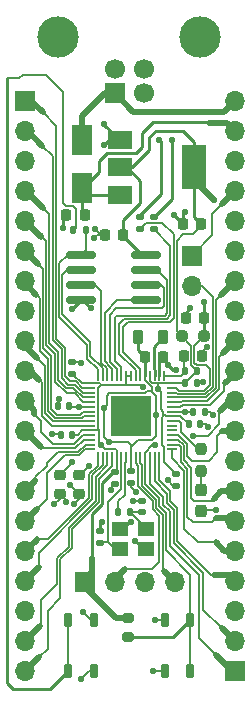
<source format=gbr>
%TF.GenerationSoftware,KiCad,Pcbnew,(6.0.11)*%
%TF.CreationDate,2024-08-10T21:43:47-05:00*%
%TF.ProjectId,PicoAlt,5069636f-416c-4742-9e6b-696361645f70,rev?*%
%TF.SameCoordinates,Original*%
%TF.FileFunction,Copper,L1,Top*%
%TF.FilePolarity,Positive*%
%FSLAX46Y46*%
G04 Gerber Fmt 4.6, Leading zero omitted, Abs format (unit mm)*
G04 Created by KiCad (PCBNEW (6.0.11)) date 2024-08-10 21:43:47*
%MOMM*%
%LPD*%
G01*
G04 APERTURE LIST*
G04 Aperture macros list*
%AMRoundRect*
0 Rectangle with rounded corners*
0 $1 Rounding radius*
0 $2 $3 $4 $5 $6 $7 $8 $9 X,Y pos of 4 corners*
0 Add a 4 corners polygon primitive as box body*
4,1,4,$2,$3,$4,$5,$6,$7,$8,$9,$2,$3,0*
0 Add four circle primitives for the rounded corners*
1,1,$1+$1,$2,$3*
1,1,$1+$1,$4,$5*
1,1,$1+$1,$6,$7*
1,1,$1+$1,$8,$9*
0 Add four rect primitives between the rounded corners*
20,1,$1+$1,$2,$3,$4,$5,0*
20,1,$1+$1,$4,$5,$6,$7,0*
20,1,$1+$1,$6,$7,$8,$9,0*
20,1,$1+$1,$8,$9,$2,$3,0*%
G04 Aperture macros list end*
%TA.AperFunction,SMDPad,CuDef*%
%ADD10R,1.400000X1.200000*%
%TD*%
%TA.AperFunction,SMDPad,CuDef*%
%ADD11RoundRect,0.140000X0.140000X0.170000X-0.140000X0.170000X-0.140000X-0.170000X0.140000X-0.170000X0*%
%TD*%
%TA.AperFunction,ComponentPad*%
%ADD12R,1.700000X1.700000*%
%TD*%
%TA.AperFunction,ComponentPad*%
%ADD13C,1.700000*%
%TD*%
%TA.AperFunction,ComponentPad*%
%ADD14C,3.500000*%
%TD*%
%TA.AperFunction,SMDPad,CuDef*%
%ADD15RoundRect,0.135000X-0.135000X-0.185000X0.135000X-0.185000X0.135000X0.185000X-0.135000X0.185000X0*%
%TD*%
%TA.AperFunction,SMDPad,CuDef*%
%ADD16RoundRect,0.225000X0.225000X0.250000X-0.225000X0.250000X-0.225000X-0.250000X0.225000X-0.250000X0*%
%TD*%
%TA.AperFunction,SMDPad,CuDef*%
%ADD17RoundRect,0.237500X0.237500X-0.250000X0.237500X0.250000X-0.237500X0.250000X-0.237500X-0.250000X0*%
%TD*%
%TA.AperFunction,SMDPad,CuDef*%
%ADD18RoundRect,0.135000X-0.185000X0.135000X-0.185000X-0.135000X0.185000X-0.135000X0.185000X0.135000X0*%
%TD*%
%TA.AperFunction,SMDPad,CuDef*%
%ADD19RoundRect,0.140000X-0.170000X0.140000X-0.170000X-0.140000X0.170000X-0.140000X0.170000X0.140000X0*%
%TD*%
%TA.AperFunction,SMDPad,CuDef*%
%ADD20RoundRect,0.225000X-0.225000X-0.250000X0.225000X-0.250000X0.225000X0.250000X-0.225000X0.250000X0*%
%TD*%
%TA.AperFunction,SMDPad,CuDef*%
%ADD21RoundRect,0.050000X-0.387500X-0.050000X0.387500X-0.050000X0.387500X0.050000X-0.387500X0.050000X0*%
%TD*%
%TA.AperFunction,SMDPad,CuDef*%
%ADD22RoundRect,0.050000X-0.050000X-0.387500X0.050000X-0.387500X0.050000X0.387500X-0.050000X0.387500X0*%
%TD*%
%TA.AperFunction,SMDPad,CuDef*%
%ADD23R,3.400000X3.400000*%
%TD*%
%TA.AperFunction,SMDPad,CuDef*%
%ADD24RoundRect,0.200000X-0.275000X0.200000X-0.275000X-0.200000X0.275000X-0.200000X0.275000X0.200000X0*%
%TD*%
%TA.AperFunction,SMDPad,CuDef*%
%ADD25R,2.000000X1.500000*%
%TD*%
%TA.AperFunction,SMDPad,CuDef*%
%ADD26R,2.000000X3.800000*%
%TD*%
%TA.AperFunction,ComponentPad*%
%ADD27O,1.700000X1.700000*%
%TD*%
%TA.AperFunction,SMDPad,CuDef*%
%ADD28RoundRect,0.140000X-0.140000X-0.170000X0.140000X-0.170000X0.140000X0.170000X-0.140000X0.170000X0*%
%TD*%
%TA.AperFunction,SMDPad,CuDef*%
%ADD29RoundRect,0.218750X0.218750X0.381250X-0.218750X0.381250X-0.218750X-0.381250X0.218750X-0.381250X0*%
%TD*%
%TA.AperFunction,SMDPad,CuDef*%
%ADD30R,1.800000X2.500000*%
%TD*%
%TA.AperFunction,SMDPad,CuDef*%
%ADD31RoundRect,0.237500X0.250000X0.237500X-0.250000X0.237500X-0.250000X-0.237500X0.250000X-0.237500X0*%
%TD*%
%TA.AperFunction,SMDPad,CuDef*%
%ADD32RoundRect,0.135000X0.135000X0.185000X-0.135000X0.185000X-0.135000X-0.185000X0.135000X-0.185000X0*%
%TD*%
%TA.AperFunction,SMDPad,CuDef*%
%ADD33RoundRect,0.162500X0.162500X-0.437500X0.162500X0.437500X-0.162500X0.437500X-0.162500X-0.437500X0*%
%TD*%
%TA.AperFunction,SMDPad,CuDef*%
%ADD34RoundRect,0.237500X0.237500X-0.287500X0.237500X0.287500X-0.237500X0.287500X-0.237500X-0.287500X0*%
%TD*%
%TA.AperFunction,SMDPad,CuDef*%
%ADD35RoundRect,0.150000X-1.125000X-0.150000X1.125000X-0.150000X1.125000X0.150000X-1.125000X0.150000X0*%
%TD*%
%TA.AperFunction,SMDPad,CuDef*%
%ADD36RoundRect,0.135000X0.185000X-0.135000X0.185000X0.135000X-0.185000X0.135000X-0.185000X-0.135000X0*%
%TD*%
%TA.AperFunction,SMDPad,CuDef*%
%ADD37RoundRect,0.140000X0.170000X-0.140000X0.170000X0.140000X-0.170000X0.140000X-0.170000X-0.140000X0*%
%TD*%
%TA.AperFunction,SMDPad,CuDef*%
%ADD38RoundRect,0.225000X-0.250000X0.225000X-0.250000X-0.225000X0.250000X-0.225000X0.250000X0.225000X0*%
%TD*%
%TA.AperFunction,ViaPad*%
%ADD39C,0.550000*%
%TD*%
%TA.AperFunction,Conductor*%
%ADD40C,0.250000*%
%TD*%
%TA.AperFunction,Conductor*%
%ADD41C,0.130000*%
%TD*%
%TA.AperFunction,Conductor*%
%ADD42C,0.500000*%
%TD*%
G04 APERTURE END LIST*
D10*
%TO.P,Y1,1,1*%
%TO.N,Net-(C16-Pad2)*%
X147720000Y-116650000D03*
%TO.P,Y1,2,2*%
%TO.N,GND*%
X149920000Y-116650000D03*
%TO.P,Y1,3,3*%
%TO.N,Net-(C17-Pad2)*%
X149920000Y-114950000D03*
%TO.P,Y1,4,4*%
%TO.N,GND*%
X147720000Y-114950000D03*
%TD*%
D11*
%TO.P,C13,1*%
%TO.N,+3.3V*%
X143710000Y-106980000D03*
%TO.P,C13,2*%
%TO.N,GND*%
X142750000Y-106980000D03*
%TD*%
D12*
%TO.P,J2,1,VBUS*%
%TO.N,VBUS*%
X147290000Y-78040000D03*
D13*
%TO.P,J2,2,D-*%
%TO.N,Net-(J2-Pad2)*%
X149790000Y-78040000D03*
%TO.P,J2,3,D+*%
%TO.N,Net-(J2-Pad3)*%
X149790000Y-76040000D03*
%TO.P,J2,4,GND*%
%TO.N,GND*%
X147290000Y-76040000D03*
D14*
%TO.P,J2,5,Shield*%
X154560000Y-73330000D03*
X142520000Y-73330000D03*
%TD*%
D15*
%TO.P,R9,1*%
%TO.N,Net-(R9-Pad1)*%
X143810000Y-89690000D03*
%TO.P,R9,2*%
%TO.N,QSPISS*%
X144830000Y-89690000D03*
%TD*%
D16*
%TO.P,C12,1*%
%TO.N,+3.3V*%
X154635000Y-89130000D03*
%TO.P,C12,2*%
%TO.N,GND*%
X153085000Y-89130000D03*
%TD*%
D17*
%TO.P,R1,1*%
%TO.N,Net-(D1-Pad2)*%
X154630000Y-110042500D03*
%TO.P,R1,2*%
%TO.N,GPIO25*%
X154630000Y-108217500D03*
%TD*%
D18*
%TO.P,R3,1*%
%TO.N,Net-(J2-Pad3)*%
X150610000Y-88560000D03*
%TO.P,R3,2*%
%TO.N,USBP*%
X150610000Y-89580000D03*
%TD*%
D19*
%TO.P,C1,1*%
%TO.N,+3.3V*%
X152500000Y-110330000D03*
%TO.P,C1,2*%
%TO.N,GND*%
X152500000Y-111290000D03*
%TD*%
D20*
%TO.P,C10,1*%
%TO.N,+1V1*%
X149845000Y-100420000D03*
%TO.P,C10,2*%
%TO.N,GND*%
X151395000Y-100420000D03*
%TD*%
D21*
%TO.P,U3,1,IOVDD*%
%TO.N,+3.3V*%
X145220000Y-102630000D03*
%TO.P,U3,2,GPIO0*%
%TO.N,GPIO0*%
X145220000Y-103030000D03*
%TO.P,U3,3,GPIO1*%
%TO.N,GPIO1*%
X145220000Y-103430000D03*
%TO.P,U3,4,GPIO2*%
%TO.N,GPIO2*%
X145220000Y-103830000D03*
%TO.P,U3,5,GPIO3*%
%TO.N,GPIO3*%
X145220000Y-104230000D03*
%TO.P,U3,6,DVDD*%
%TO.N,+1V1*%
X145220000Y-104630000D03*
%TO.P,U3,7,GPIO4*%
%TO.N,GPIO4*%
X145220000Y-105030000D03*
%TO.P,U3,8,GPIO5*%
%TO.N,GPIO5*%
X145220000Y-105430000D03*
%TO.P,U3,9,GPIO6*%
%TO.N,GPIO6*%
X145220000Y-105830000D03*
%TO.P,U3,10,GPIO7*%
%TO.N,GPIO7*%
X145220000Y-106230000D03*
%TO.P,U3,11,IOVDD*%
%TO.N,+3.3V*%
X145220000Y-106630000D03*
%TO.P,U3,12,GPIO8*%
%TO.N,GPIO8*%
X145220000Y-107030000D03*
%TO.P,U3,13,GPIO9*%
%TO.N,GPIO9*%
X145220000Y-107430000D03*
%TO.P,U3,14,GPIO10*%
%TO.N,GPIO10*%
X145220000Y-107830000D03*
%TO.P,U3,15,GPIO11*%
%TO.N,GPIO11*%
X145220000Y-108230000D03*
D22*
%TO.P,U3,16,GPIO12*%
%TO.N,GPIO12*%
X145870000Y-108880000D03*
%TO.P,U3,17,GPIO13*%
%TO.N,GPIO13*%
X146270000Y-108880000D03*
%TO.P,U3,18,GPIO14*%
%TO.N,GPIO14*%
X146670000Y-108880000D03*
%TO.P,U3,19,GPIO15*%
%TO.N,GPIO15*%
X147070000Y-108880000D03*
%TO.P,U3,20,IOVDD*%
%TO.N,+3.3V*%
X147470000Y-108880000D03*
%TO.P,U3,21,XIN*%
%TO.N,Net-(C16-Pad2)*%
X147870000Y-108880000D03*
%TO.P,U3,22,XOUT*%
%TO.N,Net-(R5-Pad2)*%
X148270000Y-108880000D03*
%TO.P,U3,23,DVDD*%
%TO.N,+1V1*%
X148670000Y-108880000D03*
%TO.P,U3,24,SWCLK*%
%TO.N,Net-(J3-Pad2)*%
X149070000Y-108880000D03*
%TO.P,U3,25,SWD*%
%TO.N,Net-(J3-Pad4)*%
X149470000Y-108880000D03*
%TO.P,U3,26,RUN*%
%TO.N,RUN*%
X149870000Y-108880000D03*
%TO.P,U3,27,GPIO16*%
%TO.N,GPIO16*%
X150270000Y-108880000D03*
%TO.P,U3,28,GPIO17*%
%TO.N,GPIO17*%
X150670000Y-108880000D03*
%TO.P,U3,29,GPIO18*%
%TO.N,GPIO18*%
X151070000Y-108880000D03*
%TO.P,U3,30,IOVDD*%
%TO.N,+3.3V*%
X151470000Y-108880000D03*
D21*
%TO.P,U3,31,GPIO19*%
%TO.N,GPIO19*%
X152120000Y-108230000D03*
%TO.P,U3,32,GPIO20*%
%TO.N,GPIO20*%
X152120000Y-107830000D03*
%TO.P,U3,33,GPIO21*%
%TO.N,GPIO21*%
X152120000Y-107430000D03*
%TO.P,U3,34,GPIO22*%
%TO.N,GPIO22*%
X152120000Y-107030000D03*
%TO.P,U3,35,GPIO23*%
%TO.N,GPIO23*%
X152120000Y-106630000D03*
%TO.P,U3,36,GPIO24*%
%TO.N,GPIO24*%
X152120000Y-106230000D03*
%TO.P,U3,37,GPIO25*%
%TO.N,GPIO25*%
X152120000Y-105830000D03*
%TO.P,U3,38,IOVDD*%
%TO.N,+3.3V*%
X152120000Y-105430000D03*
%TO.P,U3,39,DVDD*%
%TO.N,+1V1*%
X152120000Y-105030000D03*
%TO.P,U3,40,GPIO26_ADC0*%
%TO.N,GPIO26*%
X152120000Y-104630000D03*
%TO.P,U3,41,GPIO27_ADC1*%
%TO.N,GPIO27*%
X152120000Y-104230000D03*
%TO.P,U3,42,GPIO28_ADC2*%
%TO.N,GPIO28*%
X152120000Y-103830000D03*
%TO.P,U3,43,GPIO29_ADC3*%
%TO.N,GPIO29*%
X152120000Y-103430000D03*
%TO.P,U3,44,ADC_AVDD*%
%TO.N,ADCVREF*%
X152120000Y-103030000D03*
%TO.P,U3,45,IOVDD*%
%TO.N,+3.3V*%
X152120000Y-102630000D03*
D22*
%TO.P,U3,46,VREG_AVDD*%
%TO.N,Net-(C14-Pad1)*%
X151470000Y-101980000D03*
%TO.P,U3,47,VREG_PGND*%
%TO.N,GND*%
X151070000Y-101980000D03*
%TO.P,U3,48,VREG_LX*%
%TO.N,Net-(L1-Pad1)*%
X150670000Y-101980000D03*
%TO.P,U3,49,VREG_VIN*%
%TO.N,+3.3V*%
X150270000Y-101980000D03*
%TO.P,U3,50,VREG_FB*%
%TO.N,+1V1*%
X149870000Y-101980000D03*
%TO.P,U3,51,USB_DM*%
%TO.N,USBM*%
X149470000Y-101980000D03*
%TO.P,U3,52,USB_DP*%
%TO.N,USBP*%
X149070000Y-101980000D03*
%TO.P,U3,53,USB_OTP_VDD*%
%TO.N,+3.3V*%
X148670000Y-101980000D03*
%TO.P,U3,54,QSPI_IOVDD*%
X148270000Y-101980000D03*
%TO.P,U3,55,QSPI_SD3*%
%TO.N,QSPISD3*%
X147870000Y-101980000D03*
%TO.P,U3,56,QSPI_SCLK*%
%TO.N,QSPICLK*%
X147470000Y-101980000D03*
%TO.P,U3,57,QSPI_SD0*%
%TO.N,QSPISD0*%
X147070000Y-101980000D03*
%TO.P,U3,58,QSPI_SD2*%
%TO.N,QSPISD2*%
X146670000Y-101980000D03*
%TO.P,U3,59,QSPI_SD1*%
%TO.N,QSPISD1*%
X146270000Y-101980000D03*
%TO.P,U3,60,QSPI_SS*%
%TO.N,QSPISS*%
X145870000Y-101980000D03*
D23*
%TO.P,U3,61,GND*%
%TO.N,GND*%
X148670000Y-105430000D03*
%TD*%
D24*
%TO.P,R6,1*%
%TO.N,+3.3V*%
X148450000Y-122490000D03*
%TO.P,R6,2*%
%TO.N,RUN*%
X148450000Y-124140000D03*
%TD*%
D25*
%TO.P,U1,1,GND*%
%TO.N,GND*%
X147730000Y-82050000D03*
%TO.P,U1,2,VO*%
%TO.N,+3.3V*%
X147730000Y-84350000D03*
D26*
X154030000Y-84350000D03*
D25*
%TO.P,U1,3,VI*%
%TO.N,+5V*%
X147730000Y-86650000D03*
%TD*%
D12*
%TO.P,J3,1,Pin_1*%
%TO.N,+3.3V*%
X144770000Y-119460000D03*
D27*
%TO.P,J3,2,Pin_2*%
%TO.N,Net-(J3-Pad2)*%
X147310000Y-119460000D03*
%TO.P,J3,3,Pin_3*%
%TO.N,GND*%
X149850000Y-119460000D03*
%TO.P,J3,4,Pin_4*%
%TO.N,Net-(J3-Pad4)*%
X152390000Y-119460000D03*
%TD*%
D16*
%TO.P,C4,1*%
%TO.N,+5V*%
X144755000Y-88400000D03*
%TO.P,C4,2*%
%TO.N,GND*%
X143205000Y-88400000D03*
%TD*%
D28*
%TO.P,C19,1*%
%TO.N,+1V1*%
X153970000Y-105090000D03*
%TO.P,C19,2*%
%TO.N,GND*%
X154930000Y-105090000D03*
%TD*%
D29*
%TO.P,L1,1,1*%
%TO.N,Net-(L1-Pad1)*%
X151402500Y-98730000D03*
%TO.P,L1,2,2*%
%TO.N,+1V1*%
X149277500Y-98730000D03*
%TD*%
D30*
%TO.P,D2,1,K*%
%TO.N,+5V*%
X144500000Y-86070000D03*
%TO.P,D2,2,A*%
%TO.N,VBUS*%
X144500000Y-82070000D03*
%TD*%
D31*
%TO.P,R7,1*%
%TO.N,ADCVREF*%
X154842500Y-98660000D03*
%TO.P,R7,2*%
%TO.N,+3.3V*%
X153017500Y-98660000D03*
%TD*%
D32*
%TO.P,R5,1*%
%TO.N,Net-(C17-Pad2)*%
X148610000Y-113540000D03*
%TO.P,R5,2*%
%TO.N,Net-(R5-Pad2)*%
X147590000Y-113540000D03*
%TD*%
D33*
%TO.P,SW1,1,1*%
%TO.N,GND*%
X151565000Y-126970000D03*
X151565000Y-122670000D03*
%TO.P,SW1,2,2*%
%TO.N,RUN*%
X153715000Y-122670000D03*
X153715000Y-126970000D03*
%TD*%
D34*
%TO.P,D1,1,K*%
%TO.N,GND*%
X154630000Y-113435000D03*
%TO.P,D1,2,A*%
%TO.N,Net-(D1-Pad2)*%
X154630000Y-111685000D03*
%TD*%
D28*
%TO.P,C8,1*%
%TO.N,+3.3V*%
X153280000Y-102640000D03*
%TO.P,C8,2*%
%TO.N,GND*%
X154240000Y-102640000D03*
%TD*%
D20*
%TO.P,C14,1*%
%TO.N,Net-(C14-Pad1)*%
X153149000Y-100330000D03*
%TO.P,C14,2*%
%TO.N,GND*%
X154699000Y-100330000D03*
%TD*%
D16*
%TO.P,C15,1*%
%TO.N,+3.3V*%
X148015000Y-90110000D03*
%TO.P,C15,2*%
%TO.N,GND*%
X146465000Y-90110000D03*
%TD*%
%TO.P,C18,1*%
%TO.N,ADCVREF*%
X154845000Y-97070000D03*
%TO.P,C18,2*%
%TO.N,GND*%
X153295000Y-97070000D03*
%TD*%
D12*
%TO.P,JP1,1,A*%
%TO.N,Net-(J5-Pad17)*%
X153830000Y-91840000D03*
D27*
%TO.P,JP1,2,B*%
%TO.N,GPIO29*%
X153830000Y-94380000D03*
%TD*%
D35*
%TO.P,U2,1,/CS*%
%TO.N,QSPISS*%
X144425000Y-91775000D03*
%TO.P,U2,2,DO(IO1)*%
%TO.N,QSPISD1*%
X144425000Y-93045000D03*
%TO.P,U2,3,IO2*%
%TO.N,QSPISD2*%
X144425000Y-94315000D03*
%TO.P,U2,4,GND*%
%TO.N,GND*%
X144425000Y-95585000D03*
%TO.P,U2,5,DI(IO0)*%
%TO.N,QSPISD0*%
X149975000Y-95585000D03*
%TO.P,U2,6,CLK*%
%TO.N,QSPICLK*%
X149975000Y-94315000D03*
%TO.P,U2,7,IO*%
%TO.N,QSPISD3*%
X149975000Y-93045000D03*
%TO.P,U2,8,VCC*%
%TO.N,+3.3V*%
X149975000Y-91775000D03*
%TD*%
D12*
%TO.P,J5,1,Pin_1*%
%TO.N,GPIO16*%
X157480000Y-127000000D03*
D27*
%TO.P,J5,2,Pin_2*%
%TO.N,GPIO17*%
X157480000Y-124460000D03*
%TO.P,J5,3,Pin_3*%
%TO.N,GND*%
X157480000Y-121920000D03*
%TO.P,J5,4,Pin_4*%
%TO.N,GPIO18*%
X157480000Y-119380000D03*
%TO.P,J5,5,Pin_5*%
%TO.N,GPIO19*%
X157480000Y-116840000D03*
%TO.P,J5,6,Pin_6*%
%TO.N,GPIO20*%
X157480000Y-114300000D03*
%TO.P,J5,7,Pin_7*%
%TO.N,GPIO21*%
X157480000Y-111760000D03*
%TO.P,J5,8,Pin_8*%
%TO.N,GND*%
X157480000Y-109220000D03*
%TO.P,J5,9,Pin_9*%
%TO.N,GPIO22*%
X157480000Y-106680000D03*
%TO.P,J5,10,Pin_10*%
%TO.N,RUN*%
X157480000Y-104140000D03*
%TO.P,J5,11,Pin_11*%
%TO.N,GPIO26*%
X157480000Y-101600000D03*
%TO.P,J5,12,Pin_12*%
%TO.N,GPIO27*%
X157480000Y-99060000D03*
%TO.P,J5,13,Pin_13*%
%TO.N,GND*%
X157480000Y-96520000D03*
%TO.P,J5,14,Pin_14*%
%TO.N,GPIO28*%
X157480000Y-93980000D03*
%TO.P,J5,15,Pin_15*%
%TO.N,ADCVREF*%
X157480000Y-91440000D03*
%TO.P,J5,16,Pin_16*%
%TO.N,+3.3V*%
X157480000Y-88900000D03*
%TO.P,J5,17,Pin_17*%
%TO.N,Net-(J5-Pad17)*%
X157480000Y-86360000D03*
%TO.P,J5,18,Pin_18*%
%TO.N,GND*%
X157480000Y-83820000D03*
%TO.P,J5,19,Pin_19*%
%TO.N,+5V*%
X157480000Y-81280000D03*
%TO.P,J5,20,Pin_20*%
%TO.N,VBUS*%
X157480000Y-78740000D03*
%TD*%
D36*
%TO.P,R4,1*%
%TO.N,USBM*%
X149450000Y-89590000D03*
%TO.P,R4,2*%
%TO.N,Net-(J2-Pad2)*%
X149450000Y-88570000D03*
%TD*%
D19*
%TO.P,C16,1*%
%TO.N,GND*%
X146060000Y-115170000D03*
%TO.P,C16,2*%
%TO.N,Net-(C16-Pad2)*%
X146060000Y-116130000D03*
%TD*%
D37*
%TO.P,C2,1*%
%TO.N,+3.3V*%
X143700000Y-101810000D03*
%TO.P,C2,2*%
%TO.N,GND*%
X143700000Y-100850000D03*
%TD*%
D33*
%TO.P,SW2,1,1*%
%TO.N,Net-(R9-Pad1)*%
X143375000Y-126960000D03*
X143375000Y-122660000D03*
%TO.P,SW2,2,2*%
%TO.N,GND*%
X145525000Y-122660000D03*
X145525000Y-126960000D03*
%TD*%
D32*
%TO.P,R2,1*%
%TO.N,+3.3V*%
X154300000Y-101620000D03*
%TO.P,R2,2*%
%TO.N,Net-(C14-Pad1)*%
X153280000Y-101620000D03*
%TD*%
D11*
%TO.P,C3,1*%
%TO.N,+1V1*%
X143460000Y-104580000D03*
%TO.P,C3,2*%
%TO.N,GND*%
X142500000Y-104580000D03*
%TD*%
D19*
%TO.P,C9,1*%
%TO.N,+3.3V*%
X147320000Y-110180000D03*
%TO.P,C9,2*%
%TO.N,GND*%
X147320000Y-111140000D03*
%TD*%
D38*
%TO.P,C5,1*%
%TO.N,+3.3V*%
X142650000Y-110425000D03*
%TO.P,C5,2*%
%TO.N,GND*%
X142650000Y-111975000D03*
%TD*%
D28*
%TO.P,C11,1*%
%TO.N,+3.3V*%
X153550000Y-106120000D03*
%TO.P,C11,2*%
%TO.N,GND*%
X154510000Y-106120000D03*
%TD*%
D19*
%TO.P,C17,1*%
%TO.N,GND*%
X149630000Y-112580000D03*
%TO.P,C17,2*%
%TO.N,Net-(C17-Pad2)*%
X149630000Y-113540000D03*
%TD*%
D38*
%TO.P,C6,1*%
%TO.N,+1V1*%
X144280000Y-110435000D03*
%TO.P,C6,2*%
%TO.N,GND*%
X144280000Y-111985000D03*
%TD*%
D19*
%TO.P,C7,1*%
%TO.N,+1V1*%
X148700000Y-110080000D03*
%TO.P,C7,2*%
%TO.N,GND*%
X148700000Y-111040000D03*
%TD*%
D12*
%TO.P,J4,1,Pin_1*%
%TO.N,GPIO0*%
X139700000Y-78740000D03*
D27*
%TO.P,J4,2,Pin_2*%
%TO.N,GPIO1*%
X139700000Y-81280000D03*
%TO.P,J4,3,Pin_3*%
%TO.N,GND*%
X139700000Y-83820000D03*
%TO.P,J4,4,Pin_4*%
%TO.N,GPIO2*%
X139700000Y-86360000D03*
%TO.P,J4,5,Pin_5*%
%TO.N,GPIO3*%
X139700000Y-88900000D03*
%TO.P,J4,6,Pin_6*%
%TO.N,GPIO4*%
X139700000Y-91440000D03*
%TO.P,J4,7,Pin_7*%
%TO.N,GPIO5*%
X139700000Y-93980000D03*
%TO.P,J4,8,Pin_8*%
%TO.N,GND*%
X139700000Y-96520000D03*
%TO.P,J4,9,Pin_9*%
%TO.N,GPIO6*%
X139700000Y-99060000D03*
%TO.P,J4,10,Pin_10*%
%TO.N,GPIO7*%
X139700000Y-101600000D03*
%TO.P,J4,11,Pin_11*%
%TO.N,GPIO8*%
X139700000Y-104140000D03*
%TO.P,J4,12,Pin_12*%
%TO.N,GPIO9*%
X139700000Y-106680000D03*
%TO.P,J4,13,Pin_13*%
%TO.N,GND*%
X139700000Y-109220000D03*
%TO.P,J4,14,Pin_14*%
%TO.N,GPIO10*%
X139700000Y-111760000D03*
%TO.P,J4,15,Pin_15*%
%TO.N,GPIO11*%
X139700000Y-114300000D03*
%TO.P,J4,16,Pin_16*%
%TO.N,GPIO12*%
X139700000Y-116840000D03*
%TO.P,J4,17,Pin_17*%
%TO.N,GPIO13*%
X139700000Y-119380000D03*
%TO.P,J4,18,Pin_18*%
%TO.N,GND*%
X139700000Y-121920000D03*
%TO.P,J4,19,Pin_19*%
%TO.N,GPIO14*%
X139700000Y-124460000D03*
%TO.P,J4,20,Pin_20*%
%TO.N,GPIO15*%
X139700000Y-127000000D03*
%TD*%
D39*
%TO.N,+3.3V*%
X143670000Y-109330000D03*
X146160000Y-107870000D03*
X149700000Y-102910000D03*
X155700000Y-87080000D03*
X150960000Y-103140000D03*
%TO.N,GND*%
X146230000Y-114360000D03*
X146410000Y-80680000D03*
X155910000Y-113340000D03*
X144470000Y-127630000D03*
X155660000Y-105360000D03*
X142030000Y-106960000D03*
X149800000Y-104220000D03*
X153270000Y-88160000D03*
X152310000Y-88350000D03*
X151780000Y-110830000D03*
X151830000Y-101050000D03*
X143830000Y-112840000D03*
X155080000Y-99570000D03*
X149840000Y-105360000D03*
X149110000Y-111860000D03*
X148670000Y-105410000D03*
X142550000Y-103940000D03*
X154810000Y-102500000D03*
X149000000Y-116010000D03*
X148890000Y-112600000D03*
X142890000Y-89480000D03*
X143660000Y-96370000D03*
X155190000Y-106320000D03*
X142200000Y-112840000D03*
X146400000Y-82500000D03*
X150540000Y-126970000D03*
X152520000Y-101490000D03*
X150750000Y-122670000D03*
X145570000Y-90340000D03*
X144450000Y-100880000D03*
X147510000Y-104180000D03*
X145260000Y-96300000D03*
X153670000Y-96266000D03*
X143520000Y-111230000D03*
X146990000Y-111630000D03*
X149960000Y-106740000D03*
X143170000Y-112690000D03*
X145610000Y-89610000D03*
X147380000Y-105360000D03*
X148690000Y-114390000D03*
X147330000Y-106660000D03*
X144640000Y-122030000D03*
%TO.N,+1V1*%
X146390000Y-104710000D03*
X144290000Y-104620000D03*
X145160000Y-109600000D03*
X150810000Y-105350000D03*
X146840000Y-107580000D03*
X153241179Y-105088032D03*
%TO.N,ADCVREF*%
X154845000Y-95785000D03*
%TO.N,RUN*%
X150740000Y-107870000D03*
X153940000Y-107080000D03*
%TO.N,Net-(J2-Pad2)*%
X151090000Y-82030000D03*
%TO.N,Net-(J2-Pad3)*%
X152160000Y-82030000D03*
%TD*%
D40*
%TO.N,+3.3V*%
X154030000Y-82230000D02*
X154030000Y-84350000D01*
D41*
X151290000Y-105562965D02*
X151290000Y-107820000D01*
X144520000Y-102630000D02*
X145220000Y-102630000D01*
X144560000Y-106630000D02*
X144210000Y-106980000D01*
X145220000Y-106630000D02*
X144560000Y-106630000D01*
X151290000Y-107820000D02*
X151470000Y-108000000D01*
D40*
X146260000Y-111060000D02*
X147140000Y-110180000D01*
D41*
X146000000Y-107710000D02*
X146160000Y-107870000D01*
D42*
X144770000Y-119850000D02*
X147410000Y-122490000D01*
D41*
X144210000Y-106980000D02*
X143710000Y-106980000D01*
D40*
X150210000Y-82870000D02*
X150210000Y-81810000D01*
D41*
X146040000Y-102630000D02*
X146160000Y-102750000D01*
D40*
X149470000Y-85470000D02*
X149470000Y-87360000D01*
X146260000Y-112820000D02*
X146260000Y-111060000D01*
D41*
X145940000Y-106630000D02*
X145970000Y-106600000D01*
X143700000Y-101810000D02*
X144520000Y-102630000D01*
X143670000Y-109330000D02*
X143670000Y-109405000D01*
X145890000Y-106520000D02*
X145970000Y-106600000D01*
D40*
X149645000Y-91775000D02*
X149975000Y-91775000D01*
D42*
X154030000Y-85440000D02*
X154030000Y-84350000D01*
X155700000Y-87080000D02*
X155670000Y-87080000D01*
D41*
X151420000Y-105432965D02*
X151290000Y-105562965D01*
D40*
X149470000Y-87360000D02*
X148015000Y-88815000D01*
D41*
X146480000Y-108190000D02*
X147340000Y-108190000D01*
X153017500Y-98660000D02*
X153794000Y-99436500D01*
D42*
X145410000Y-118590000D02*
X145410000Y-117460000D01*
D41*
X152120000Y-105430000D02*
X151610000Y-105430000D01*
X150480661Y-102630000D02*
X150270000Y-102419339D01*
X152540001Y-90579999D02*
X153110000Y-90010000D01*
D40*
X145380000Y-115520000D02*
X145380000Y-113700000D01*
D41*
X147470000Y-108320000D02*
X147470000Y-108880000D01*
X151420000Y-105240000D02*
X151420000Y-105070000D01*
X148270000Y-102750000D02*
X149540000Y-102750000D01*
X151470000Y-108880000D02*
X151470000Y-109300000D01*
X153794000Y-101114000D02*
X154300000Y-101620000D01*
X147470000Y-108880000D02*
X147470000Y-110030000D01*
X145220000Y-102630000D02*
X146040000Y-102630000D01*
D42*
X155670000Y-87080000D02*
X154030000Y-85440000D01*
D41*
X153017500Y-98660000D02*
X152540001Y-98182501D01*
X153900000Y-90010000D02*
X154635000Y-89275000D01*
D40*
X148350000Y-84350000D02*
X149470000Y-85470000D01*
D42*
X144770000Y-119460000D02*
X144770000Y-119230000D01*
D41*
X148670000Y-101980000D02*
X148270000Y-101980000D01*
X148270000Y-101980000D02*
X148270000Y-102750000D01*
D40*
X147730000Y-84350000D02*
X148350000Y-84350000D01*
D41*
X151420000Y-105070000D02*
X151420000Y-105432965D01*
D40*
X147140000Y-110180000D02*
X147320000Y-110180000D01*
X148015000Y-90145000D02*
X149645000Y-91775000D01*
D41*
X151200000Y-104850000D02*
X151200000Y-103380000D01*
X153270000Y-102630000D02*
X153280000Y-102640000D01*
X153794000Y-99436500D02*
X153794000Y-101114000D01*
X145890000Y-103020000D02*
X145890000Y-106520000D01*
X152120000Y-102630000D02*
X150880000Y-102630000D01*
X152860000Y-105430000D02*
X153550000Y-106120000D01*
D40*
X153060000Y-81260000D02*
X154030000Y-82230000D01*
D41*
X143670000Y-109405000D02*
X142650000Y-110425000D01*
X146160000Y-102750000D02*
X148270000Y-102750000D01*
D40*
X154030000Y-88525000D02*
X154030000Y-84350000D01*
D41*
X145220000Y-106630000D02*
X145940000Y-106630000D01*
X147340000Y-108190000D02*
X147470000Y-108320000D01*
X150270000Y-102419339D02*
X150270000Y-101980000D01*
D42*
X144770000Y-119460000D02*
X144770000Y-119850000D01*
X144770000Y-119230000D02*
X145410000Y-118590000D01*
D41*
X146000000Y-106730000D02*
X145970000Y-106700000D01*
X152540001Y-98182501D02*
X152540001Y-90579999D01*
D40*
X145380000Y-113700000D02*
X146260000Y-112820000D01*
D41*
X150960000Y-103140000D02*
X150960000Y-102710000D01*
D40*
X150210000Y-81810000D02*
X150760000Y-81260000D01*
D41*
X147470000Y-110030000D02*
X147320000Y-110180000D01*
X150880000Y-102630000D02*
X150480661Y-102630000D01*
X150960000Y-102710000D02*
X150880000Y-102630000D01*
X146160000Y-102750000D02*
X145890000Y-103020000D01*
D40*
X148730000Y-84350000D02*
X150210000Y-82870000D01*
D41*
X154300000Y-101620000D02*
X153280000Y-102640000D01*
D42*
X147410000Y-122490000D02*
X148450000Y-122490000D01*
D40*
X150760000Y-81260000D02*
X153060000Y-81260000D01*
X145410000Y-117460000D02*
X145410000Y-115550000D01*
X147730000Y-84350000D02*
X148730000Y-84350000D01*
X148015000Y-90110000D02*
X148015000Y-90145000D01*
D41*
X150960000Y-103140000D02*
X151200000Y-103380000D01*
D40*
X154635000Y-89130000D02*
X154030000Y-88525000D01*
D41*
X151470000Y-109300000D02*
X152500000Y-110330000D01*
X146160000Y-107870000D02*
X146480000Y-108190000D01*
X151470000Y-108000000D02*
X151470000Y-108880000D01*
X145970000Y-106700000D02*
X145970000Y-106600000D01*
X152120000Y-105430000D02*
X152860000Y-105430000D01*
X149540000Y-102750000D02*
X149700000Y-102910000D01*
X151610000Y-105430000D02*
X151420000Y-105240000D01*
X154635000Y-89275000D02*
X154635000Y-89130000D01*
X151420000Y-105070000D02*
X151200000Y-104850000D01*
D40*
X145410000Y-115550000D02*
X145380000Y-115520000D01*
D41*
X153110000Y-90010000D02*
X153900000Y-90010000D01*
X152120000Y-102630000D02*
X153270000Y-102630000D01*
D40*
X148015000Y-88815000D02*
X148015000Y-90110000D01*
D41*
X146000000Y-106730000D02*
X146000000Y-107710000D01*
%TO.N,GND*%
X145270000Y-122660000D02*
X144640000Y-122030000D01*
D40*
X146410000Y-80680000D02*
X146410000Y-80730000D01*
X144425000Y-95605000D02*
X144425000Y-95585000D01*
X146410000Y-80730000D02*
X147730000Y-82050000D01*
X142890000Y-89480000D02*
X142890000Y-88715000D01*
X153085000Y-89130000D02*
X153085000Y-89125000D01*
D41*
X148700000Y-111450000D02*
X148700000Y-111040000D01*
X145140000Y-126960000D02*
X144470000Y-127630000D01*
X152500000Y-111290000D02*
X152240000Y-111290000D01*
D40*
X153085000Y-89125000D02*
X152310000Y-88350000D01*
D41*
X149790000Y-105410000D02*
X149840000Y-105360000D01*
X149960000Y-106700000D02*
X149960000Y-106740000D01*
X149920000Y-116650000D02*
X149640000Y-116650000D01*
X145800000Y-90110000D02*
X145570000Y-90340000D01*
D40*
X146230000Y-114360000D02*
X146060000Y-114530000D01*
D41*
X149630000Y-112580000D02*
X148910000Y-112580000D01*
X145525000Y-126960000D02*
X145140000Y-126960000D01*
X144280000Y-111985000D02*
X144275000Y-111985000D01*
X146110000Y-90110000D02*
X145610000Y-89610000D01*
X147720000Y-114950000D02*
X148130000Y-114950000D01*
X144280000Y-111985000D02*
X144280000Y-112390000D01*
X146465000Y-90110000D02*
X146110000Y-90110000D01*
X142650000Y-112390000D02*
X142650000Y-111975000D01*
X154240000Y-102640000D02*
X154670000Y-102640000D01*
D40*
X142890000Y-88715000D02*
X143205000Y-88400000D01*
X146060000Y-114530000D02*
X146060000Y-115170000D01*
D41*
X142550000Y-104530000D02*
X142550000Y-103940000D01*
X147510000Y-104180000D02*
X147510000Y-104250000D01*
X148130000Y-114950000D02*
X148690000Y-114390000D01*
D40*
X146400000Y-82500000D02*
X146850000Y-82050000D01*
X152520000Y-101490000D02*
X152270000Y-101490000D01*
D41*
X142730000Y-106960000D02*
X142750000Y-106980000D01*
D40*
X146850000Y-82050000D02*
X147730000Y-82050000D01*
D41*
X146990000Y-111470000D02*
X147320000Y-111140000D01*
X155660000Y-105360000D02*
X155390000Y-105090000D01*
X143170000Y-112495000D02*
X142650000Y-111975000D01*
X155390000Y-105090000D02*
X154930000Y-105090000D01*
D40*
X145260000Y-96300000D02*
X144545000Y-95585000D01*
D41*
X154699000Y-99951000D02*
X155080000Y-99570000D01*
X150750000Y-122670000D02*
X151565000Y-122670000D01*
X148670000Y-105410000D02*
X149960000Y-106700000D01*
D40*
X151070000Y-100745000D02*
X151395000Y-100420000D01*
X153085000Y-88345000D02*
X153270000Y-88160000D01*
D41*
X144450000Y-100880000D02*
X144420000Y-100850000D01*
D40*
X143660000Y-96370000D02*
X144425000Y-95605000D01*
X151070000Y-101980000D02*
X151070000Y-100745000D01*
D41*
X148910000Y-112580000D02*
X148890000Y-112600000D01*
X148670000Y-105410000D02*
X149790000Y-105410000D01*
X148620000Y-105360000D02*
X147380000Y-105360000D01*
D40*
X152270000Y-101490000D02*
X151830000Y-101050000D01*
D41*
X154670000Y-102640000D02*
X154810000Y-102500000D01*
X154510000Y-106120000D02*
X154990000Y-106120000D01*
D40*
X153085000Y-89130000D02*
X153085000Y-88345000D01*
D41*
X154990000Y-106120000D02*
X155190000Y-106320000D01*
X149110000Y-111860000D02*
X148700000Y-111450000D01*
D40*
X144545000Y-95585000D02*
X144425000Y-95585000D01*
D41*
X155910000Y-113340000D02*
X154725000Y-113340000D01*
D40*
X153295000Y-97070000D02*
X153295000Y-96641000D01*
D41*
X149640000Y-116650000D02*
X149000000Y-116010000D01*
X150540000Y-126970000D02*
X151565000Y-126970000D01*
X148670000Y-105410000D02*
X148670000Y-105350000D01*
X154699000Y-100330000D02*
X154699000Y-99951000D01*
X144420000Y-100850000D02*
X143700000Y-100850000D01*
D40*
X151395000Y-100615000D02*
X151830000Y-101050000D01*
D41*
X152240000Y-111290000D02*
X151780000Y-110830000D01*
X142500000Y-104580000D02*
X142550000Y-104530000D01*
X154725000Y-113340000D02*
X154630000Y-113435000D01*
X142030000Y-106960000D02*
X142730000Y-106960000D01*
X147510000Y-104250000D02*
X148670000Y-105410000D01*
X146990000Y-111630000D02*
X146990000Y-111470000D01*
X148580000Y-105410000D02*
X147330000Y-106660000D01*
X144275000Y-111985000D02*
X143520000Y-111230000D01*
X144280000Y-112390000D02*
X143830000Y-112840000D01*
X146465000Y-90110000D02*
X145800000Y-90110000D01*
D40*
X153295000Y-96641000D02*
X153670000Y-96266000D01*
D41*
X142200000Y-112840000D02*
X142650000Y-112390000D01*
D40*
X151395000Y-100420000D02*
X151395000Y-100615000D01*
D41*
X148670000Y-105410000D02*
X148580000Y-105410000D01*
X143170000Y-112690000D02*
X143170000Y-112495000D01*
X148670000Y-105350000D02*
X149800000Y-104220000D01*
X145525000Y-122660000D02*
X145270000Y-122660000D01*
X148670000Y-105410000D02*
X148620000Y-105360000D01*
%TO.N,+1V1*%
X150810000Y-105530000D02*
X150640000Y-105360000D01*
D40*
X149845000Y-101955000D02*
X149870000Y-101980000D01*
X149277500Y-98730000D02*
X149277500Y-99852500D01*
D41*
X149870000Y-102387035D02*
X149870000Y-101980000D01*
X143510000Y-104630000D02*
X143460000Y-104580000D01*
D40*
X149277500Y-99852500D02*
X149845000Y-100420000D01*
D41*
X153241179Y-105088032D02*
X153193147Y-105040000D01*
X144290000Y-104620000D02*
X145210000Y-104620000D01*
X146390000Y-104710000D02*
X146630000Y-104470000D01*
X148670000Y-108010000D02*
X148670000Y-108130000D01*
X147360000Y-103490000D02*
X149890000Y-103490000D01*
X150470000Y-102987035D02*
X149870000Y-102387035D01*
X150640000Y-105360000D02*
X150800000Y-105200000D01*
X144325000Y-110435000D02*
X145160000Y-109600000D01*
X149890000Y-103490000D02*
X150070000Y-103310000D01*
X149250000Y-107430000D02*
X150460000Y-107430000D01*
X150460000Y-107430000D02*
X150810000Y-107080000D01*
X145210000Y-104620000D02*
X145220000Y-104630000D01*
X153243147Y-105090000D02*
X153241179Y-105088032D01*
X148670000Y-107840000D02*
X148670000Y-108130000D01*
X144280000Y-110435000D02*
X144325000Y-110435000D01*
X148670000Y-108130000D02*
X148670000Y-108880000D01*
X153970000Y-105090000D02*
X153243147Y-105090000D01*
X150470000Y-103342965D02*
X150470000Y-103310000D01*
X146630000Y-104470000D02*
X146630000Y-103680000D01*
X146390000Y-104710000D02*
X146400000Y-104720000D01*
X148670000Y-108880000D02*
X148670000Y-110050000D01*
X146630000Y-103680000D02*
X146830000Y-103480000D01*
X146400000Y-104720000D02*
X146400000Y-107140000D01*
D40*
X149845000Y-100420000D02*
X149845000Y-101955000D01*
D41*
X150070000Y-103310000D02*
X150470000Y-103310000D01*
X146400000Y-107140000D02*
X146840000Y-107580000D01*
X153241179Y-105088032D02*
X153213147Y-105060000D01*
X144290000Y-104620000D02*
X143500000Y-104620000D01*
X150810000Y-107080000D02*
X150810000Y-105530000D01*
X152130000Y-105040000D02*
X152120000Y-105030000D01*
X147350000Y-103480000D02*
X147360000Y-103490000D01*
X150640000Y-105360000D02*
X150800000Y-105360000D01*
X148410000Y-107580000D02*
X148670000Y-107840000D01*
X149250000Y-107430000D02*
X148670000Y-108010000D01*
X146830000Y-103480000D02*
X147350000Y-103480000D01*
X150470000Y-103310000D02*
X150470000Y-102987035D01*
X150800000Y-105200000D02*
X150800000Y-103672965D01*
X150800000Y-105360000D02*
X150810000Y-105350000D01*
X148670000Y-110050000D02*
X148700000Y-110080000D01*
X146840000Y-107580000D02*
X148410000Y-107580000D01*
X153193147Y-105040000D02*
X152130000Y-105040000D01*
X143500000Y-104620000D02*
X143460000Y-104580000D01*
X150800000Y-103672965D02*
X150470000Y-103342965D01*
D40*
%TO.N,+5V*%
X146660000Y-83120000D02*
X145950000Y-83830000D01*
X145950000Y-84770000D02*
X144650000Y-86070000D01*
X144650000Y-86070000D02*
X144500000Y-86070000D01*
D42*
X155260000Y-80590000D02*
X155280000Y-80610000D01*
D40*
X149620000Y-81480000D02*
X149620000Y-82600000D01*
X147730000Y-86650000D02*
X145080000Y-86650000D01*
X150550000Y-80550000D02*
X149620000Y-81480000D01*
X144755000Y-88400000D02*
X144500000Y-88145000D01*
D42*
X156810000Y-80610000D02*
X157480000Y-81280000D01*
D40*
X144500000Y-88145000D02*
X144500000Y-86070000D01*
X149100000Y-83120000D02*
X146660000Y-83120000D01*
D42*
X155280000Y-80610000D02*
X156810000Y-80610000D01*
D40*
X145080000Y-86650000D02*
X144500000Y-86070000D01*
X145950000Y-83830000D02*
X145950000Y-84770000D01*
X155260000Y-80590000D02*
X155220000Y-80550000D01*
X149620000Y-82600000D02*
X149100000Y-83120000D01*
X155220000Y-80550000D02*
X150550000Y-80550000D01*
D41*
%TO.N,Net-(C16-Pad2)*%
X146740000Y-112680000D02*
X146740000Y-116070000D01*
X147870000Y-108880000D02*
X147870000Y-111550000D01*
X147870000Y-111550000D02*
X146740000Y-112680000D01*
X146740000Y-116070000D02*
X146120000Y-116070000D01*
X147320000Y-116650000D02*
X147720000Y-116650000D01*
X146120000Y-116070000D02*
X146060000Y-116130000D01*
X146740000Y-116070000D02*
X147320000Y-116650000D01*
%TO.N,Net-(C17-Pad2)*%
X148610000Y-113540000D02*
X149920000Y-114850000D01*
X149630000Y-113540000D02*
X148610000Y-113540000D01*
X149920000Y-114850000D02*
X149920000Y-114950000D01*
%TO.N,ADCVREF*%
X152783982Y-103310000D02*
X152503982Y-103030000D01*
X154275000Y-101105000D02*
X155035000Y-101105000D01*
X155340000Y-101410000D02*
X155340000Y-102804608D01*
X154054000Y-99448500D02*
X154054000Y-100884000D01*
X154054000Y-100884000D02*
X154275000Y-101105000D01*
D40*
X154845000Y-95785000D02*
X154845000Y-97070000D01*
D41*
X154842500Y-98660000D02*
X154054000Y-99448500D01*
X155035000Y-101105000D02*
X155340000Y-101410000D01*
D40*
X154842500Y-97072500D02*
X154845000Y-97070000D01*
D41*
X152503982Y-103030000D02*
X152120000Y-103030000D01*
D40*
X154842500Y-98660000D02*
X154842500Y-97072500D01*
D41*
X155340000Y-102804608D02*
X154834608Y-103310000D01*
X154834608Y-103310000D02*
X152783982Y-103310000D01*
D42*
%TO.N,VBUS*%
X157480000Y-78740000D02*
X156590000Y-79630000D01*
X144500000Y-79980000D02*
X146440000Y-78040000D01*
X156590000Y-79630000D02*
X148880000Y-79630000D01*
X148880000Y-79630000D02*
X147290000Y-78040000D01*
X144500000Y-82070000D02*
X144500000Y-79980000D01*
X146440000Y-78040000D02*
X147290000Y-78040000D01*
%TO.N,GPIO0*%
X139700000Y-78740000D02*
X140240000Y-78740000D01*
D41*
X142360000Y-80860000D02*
X141200000Y-79700000D01*
X143060000Y-99616912D02*
X142360000Y-98916912D01*
X142360000Y-98916912D02*
X142360000Y-80860000D01*
X145220000Y-103030000D02*
X144552304Y-103030000D01*
X144552304Y-103030000D02*
X143992304Y-102470000D01*
X143060000Y-102020000D02*
X143060000Y-99616912D01*
X143510000Y-102470000D02*
X143060000Y-102020000D01*
X143992304Y-102470000D02*
X143510000Y-102470000D01*
D42*
X140240000Y-78740000D02*
X141200000Y-79700000D01*
%TO.N,GPIO1*%
X139940000Y-81280000D02*
X139700000Y-81280000D01*
D41*
X142050000Y-83390000D02*
X141180000Y-82520000D01*
X143904608Y-102750000D02*
X143350000Y-102750000D01*
X143350000Y-102750000D02*
X142800000Y-102200000D01*
D42*
X141180000Y-82520000D02*
X139940000Y-81280000D01*
D41*
X144584608Y-103430000D02*
X143904608Y-102750000D01*
X142070000Y-98994608D02*
X142070000Y-83440000D01*
X142070000Y-83440000D02*
X142050000Y-83420000D01*
X142800000Y-102200000D02*
X142800000Y-99724608D01*
X145220000Y-103430000D02*
X144584608Y-103430000D01*
X142050000Y-83420000D02*
X142050000Y-83390000D01*
X142800000Y-99724608D02*
X142070000Y-98994608D01*
%TO.N,GPIO2*%
X144616912Y-103830000D02*
X143796912Y-103010000D01*
X145220000Y-103830000D02*
X144616912Y-103830000D01*
D42*
X141200000Y-87760000D02*
X139800000Y-86360000D01*
D41*
X142540000Y-102370000D02*
X142540000Y-100010000D01*
X143796912Y-103010000D02*
X143180000Y-103010000D01*
X141770000Y-99240000D02*
X141770000Y-88330000D01*
X141770000Y-88330000D02*
X141200000Y-87760000D01*
D42*
X139800000Y-86360000D02*
X139700000Y-86360000D01*
D41*
X143180000Y-103010000D02*
X142540000Y-102370000D01*
X142540000Y-100010000D02*
X141770000Y-99240000D01*
%TO.N,GPIO3*%
X144649216Y-104230000D02*
X143909216Y-103490000D01*
X141510000Y-99390000D02*
X141510000Y-90620000D01*
X142280000Y-102510000D02*
X142280000Y-100160000D01*
D42*
X141040000Y-90200000D02*
X140660000Y-89820000D01*
D41*
X141510000Y-90620000D02*
X140710000Y-89820000D01*
X145220000Y-104230000D02*
X144649216Y-104230000D01*
D42*
X141040000Y-90220000D02*
X141040000Y-90200000D01*
D41*
X140710000Y-89820000D02*
X140660000Y-89820000D01*
D42*
X139700000Y-88900000D02*
X141020000Y-90220000D01*
X141020000Y-90220000D02*
X141040000Y-90220000D01*
D41*
X143260000Y-103490000D02*
X142280000Y-102510000D01*
X143909216Y-103490000D02*
X143260000Y-103490000D01*
X142280000Y-100160000D02*
X141510000Y-99390000D01*
%TO.N,GPIO4*%
X141900000Y-104810000D02*
X142390000Y-105300000D01*
X141900000Y-100350000D02*
X141900000Y-104810000D01*
X142390000Y-105300000D02*
X144340000Y-105300000D01*
X141230000Y-99680000D02*
X141900000Y-100350000D01*
X140820000Y-92530000D02*
X141230000Y-92940000D01*
X144340000Y-105300000D02*
X144610000Y-105030000D01*
D42*
X139700000Y-91440000D02*
X140790000Y-92530000D01*
X140790000Y-92530000D02*
X140820000Y-92530000D01*
D41*
X144610000Y-105030000D02*
X145220000Y-105030000D01*
X141230000Y-92940000D02*
X141230000Y-99680000D01*
%TO.N,GPIO5*%
X144540000Y-105600000D02*
X144710000Y-105430000D01*
D42*
X140650000Y-95130000D02*
X139700000Y-94180000D01*
D41*
X144710000Y-105430000D02*
X145220000Y-105430000D01*
X141640000Y-105000000D02*
X142240000Y-105600000D01*
X142240000Y-105600000D02*
X144540000Y-105600000D01*
X140970000Y-95450000D02*
X140970000Y-99880000D01*
D42*
X139700000Y-94180000D02*
X139700000Y-93980000D01*
D41*
X141640000Y-100550000D02*
X141640000Y-105000000D01*
X140970000Y-99880000D02*
X141640000Y-100550000D01*
X140650000Y-95130000D02*
X140970000Y-95450000D01*
%TO.N,GPIO6*%
X141370000Y-105130000D02*
X142100000Y-105860000D01*
X140730000Y-100500000D02*
X141370000Y-101140000D01*
X145190000Y-105860000D02*
X145220000Y-105830000D01*
X141370000Y-101140000D02*
X141370000Y-105130000D01*
D42*
X140730000Y-100500000D02*
X139700000Y-99470000D01*
D41*
X142100000Y-105860000D02*
X145190000Y-105860000D01*
D42*
X139700000Y-99470000D02*
X139700000Y-99060000D01*
D41*
%TO.N,GPIO7*%
X141950000Y-106230000D02*
X145220000Y-106230000D01*
X141110000Y-102560000D02*
X141110000Y-105390000D01*
D42*
X139700000Y-101600000D02*
X140150000Y-101600000D01*
D41*
X141110000Y-105390000D02*
X141950000Y-106230000D01*
D42*
X140150000Y-101600000D02*
X140920000Y-102370000D01*
D41*
X140920000Y-102370000D02*
X141110000Y-102560000D01*
%TO.N,GPIO8*%
X141050000Y-106730000D02*
X142110000Y-107790000D01*
X140440000Y-105240000D02*
X140500000Y-105240000D01*
X142110000Y-107790000D02*
X143890000Y-107790000D01*
X143890000Y-107790000D02*
X144650000Y-107030000D01*
X141050000Y-105790000D02*
X141050000Y-106730000D01*
D42*
X140440000Y-104880000D02*
X139700000Y-104140000D01*
D41*
X144650000Y-107030000D02*
X145220000Y-107030000D01*
D42*
X140440000Y-105240000D02*
X140440000Y-104880000D01*
D41*
X140500000Y-105240000D02*
X141050000Y-105790000D01*
D42*
%TO.N,GPIO9*%
X139700000Y-106680000D02*
X141090000Y-108070000D01*
D41*
X143980000Y-108150000D02*
X141170000Y-108150000D01*
X145220000Y-107430000D02*
X144700000Y-107430000D01*
X144700000Y-107430000D02*
X143980000Y-108150000D01*
%TO.N,GPIO10*%
X141570000Y-109350000D02*
X141570000Y-109610000D01*
D42*
X139700000Y-111760000D02*
X140590000Y-110870000D01*
D41*
X145220000Y-107830000D02*
X144830000Y-107830000D01*
X144220000Y-108440000D02*
X142480000Y-108440000D01*
X140590000Y-110590000D02*
X140590000Y-110830000D01*
D42*
X140590000Y-110870000D02*
X140590000Y-110830000D01*
D41*
X144830000Y-107830000D02*
X144220000Y-108440000D01*
X142480000Y-108440000D02*
X141570000Y-109350000D01*
X141570000Y-109610000D02*
X140590000Y-110590000D01*
%TO.N,GPIO11*%
X143067696Y-108730000D02*
X141560000Y-110237696D01*
X145220000Y-108230000D02*
X144797696Y-108230000D01*
X141560000Y-112440000D02*
X140740000Y-113260000D01*
X144297696Y-108730000D02*
X143067696Y-108730000D01*
X141560000Y-110237696D02*
X141560000Y-112440000D01*
D42*
X139700000Y-114300000D02*
X140740000Y-113260000D01*
D41*
X144797696Y-108230000D02*
X144297696Y-108730000D01*
%TO.N,GPIO12*%
X145160000Y-112364608D02*
X141674608Y-115850000D01*
X141674608Y-115850000D02*
X140680000Y-115850000D01*
D42*
X140680000Y-115860000D02*
X140680000Y-115850000D01*
D41*
X145870000Y-108880000D02*
X145870000Y-109602304D01*
X145160000Y-110312304D02*
X145160000Y-112364608D01*
X145870000Y-109602304D02*
X145160000Y-110312304D01*
D42*
X139700000Y-116840000D02*
X140680000Y-115860000D01*
%TO.N,GPIO13*%
X139700000Y-119380000D02*
X140900000Y-118180000D01*
D41*
X146270000Y-108880000D02*
X146270000Y-109570000D01*
X145420000Y-110420000D02*
X145420000Y-112472304D01*
X146270000Y-109570000D02*
X145420000Y-110420000D01*
X140900000Y-116992304D02*
X140900000Y-118180000D01*
X145420000Y-112472304D02*
X140900000Y-116992304D01*
%TO.N,GPIO14*%
X142450000Y-119640000D02*
X141080000Y-121010000D01*
X143400000Y-116487108D02*
X142449999Y-117437109D01*
X142449999Y-117437109D02*
X142450000Y-119640000D01*
D42*
X140990000Y-123170000D02*
X141010000Y-123170000D01*
D41*
X145680000Y-112580000D02*
X143400000Y-114860000D01*
X141080000Y-121010000D02*
X141080000Y-123080000D01*
X146670000Y-108880000D02*
X146670000Y-109580000D01*
X143400000Y-114860000D02*
X143400000Y-116487108D01*
X145680000Y-110570000D02*
X145680000Y-112580000D01*
D42*
X139700000Y-124460000D02*
X140990000Y-123170000D01*
D41*
X146670000Y-109580000D02*
X145680000Y-110570000D01*
%TO.N,GPIO15*%
X145940000Y-112687452D02*
X143690000Y-114937452D01*
X143690000Y-116564804D02*
X142709999Y-117544805D01*
X142709999Y-117544805D02*
X142710000Y-120820000D01*
D42*
X139700000Y-127000000D02*
X140860000Y-125840000D01*
D41*
X145940000Y-110730000D02*
X145940000Y-112687452D01*
X140900000Y-125840000D02*
X140860000Y-125840000D01*
X143690000Y-114937452D02*
X143690000Y-116564804D01*
X147070000Y-109600000D02*
X145940000Y-110730000D01*
X142710000Y-120820000D02*
X141650000Y-121880000D01*
X141650000Y-125090000D02*
X140900000Y-125840000D01*
X141650000Y-121880000D02*
X141650000Y-125090000D01*
X147070000Y-108880000D02*
X147070000Y-109600000D01*
D42*
X140860000Y-125840000D02*
X140870000Y-125840000D01*
D41*
%TO.N,GPIO16*%
X154440000Y-124180000D02*
X154440000Y-118850000D01*
X151400000Y-112900000D02*
X151400000Y-112270000D01*
X151400000Y-112270000D02*
X150270000Y-111140000D01*
X150270000Y-111140000D02*
X150270000Y-108880000D01*
D42*
X157260000Y-127000000D02*
X155870000Y-125610000D01*
D41*
X151960000Y-116370000D02*
X151960000Y-113460000D01*
D42*
X157480000Y-127000000D02*
X157260000Y-127000000D01*
D41*
X151960000Y-113460000D02*
X151400000Y-112900000D01*
X155870000Y-125610000D02*
X154440000Y-124180000D01*
X154440000Y-118850000D02*
X151960000Y-116370000D01*
%TO.N,GPIO17*%
X152310000Y-113400000D02*
X152310000Y-116190000D01*
X152310000Y-116190000D02*
X154810000Y-118690000D01*
X154810000Y-118690000D02*
X154810000Y-121790000D01*
X151700000Y-112790000D02*
X152310000Y-113400000D01*
X151700000Y-111970000D02*
X151700000Y-112790000D01*
X150670000Y-108880000D02*
X150670000Y-110940000D01*
D42*
X157480000Y-124460000D02*
X156370000Y-123350000D01*
D41*
X150670000Y-110940000D02*
X151700000Y-111970000D01*
X154810000Y-121790000D02*
X156370000Y-123350000D01*
%TO.N,GPIO18*%
X152570000Y-113170000D02*
X151960000Y-112560000D01*
X152570000Y-115980000D02*
X152570000Y-113170000D01*
X151080000Y-108890000D02*
X151070000Y-108880000D01*
D42*
X155680000Y-118870000D02*
X156970000Y-118870000D01*
X156970000Y-118870000D02*
X157480000Y-119380000D01*
D41*
X151960000Y-111730000D02*
X151080000Y-110850000D01*
X155460000Y-118870000D02*
X152570000Y-115980000D01*
X151080000Y-110850000D02*
X151080000Y-108890000D01*
X151960000Y-112560000D02*
X151960000Y-111730000D01*
X155680000Y-118870000D02*
X155460000Y-118870000D01*
%TO.N,GPIO19*%
X152120000Y-108940000D02*
X152120000Y-108230000D01*
X153200000Y-110020000D02*
X152120000Y-108940000D01*
X155850000Y-116110000D02*
X154370000Y-116110000D01*
X153200000Y-114940000D02*
X153200000Y-110020000D01*
D42*
X156580000Y-116840000D02*
X155850000Y-116110000D01*
D41*
X154370000Y-116110000D02*
X153200000Y-114940000D01*
D42*
X157480000Y-116840000D02*
X156580000Y-116840000D01*
D41*
%TO.N,GPIO20*%
X152890000Y-109300000D02*
X153460000Y-109870000D01*
X153460000Y-109870000D02*
X153460000Y-113940000D01*
X153460000Y-113940000D02*
X153910000Y-114390000D01*
X153910000Y-114390000D02*
X155540000Y-114390000D01*
X152720000Y-107830000D02*
X152890000Y-108000000D01*
X152890000Y-108000000D02*
X152890000Y-109300000D01*
D42*
X157220000Y-114040000D02*
X157480000Y-114300000D01*
X155890000Y-114040000D02*
X157220000Y-114040000D01*
D41*
X152120000Y-107830000D02*
X152720000Y-107830000D01*
X155540000Y-114390000D02*
X155890000Y-114040000D01*
%TO.N,GPIO21*%
X154000000Y-112570000D02*
X155530000Y-112570000D01*
X152687696Y-107430000D02*
X153150000Y-107892304D01*
X153760000Y-112330000D02*
X154000000Y-112570000D01*
D42*
X156340000Y-111760000D02*
X157480000Y-111760000D01*
X155690000Y-112410000D02*
X156340000Y-111760000D01*
D41*
X153760000Y-109770000D02*
X153760000Y-112330000D01*
X153150000Y-109160000D02*
X153760000Y-109770000D01*
X155530000Y-112570000D02*
X155690000Y-112410000D01*
X153150000Y-107892304D02*
X153150000Y-109160000D01*
X152120000Y-107430000D02*
X152687696Y-107430000D01*
%TO.N,GPIO22*%
X152700000Y-107030000D02*
X153410000Y-107740000D01*
X155960000Y-107120000D02*
X156400000Y-106680000D01*
X152120000Y-107030000D02*
X152700000Y-107030000D01*
X153810000Y-109180000D02*
X155270000Y-109180000D01*
X153410000Y-107740000D02*
X153410000Y-108780000D01*
X153410000Y-108780000D02*
X153810000Y-109180000D01*
D42*
X156400000Y-106680000D02*
X157480000Y-106680000D01*
D41*
X155960000Y-108490000D02*
X155960000Y-107120000D01*
X155270000Y-109180000D02*
X155960000Y-108490000D01*
D42*
%TO.N,RUN*%
X157480000Y-104140000D02*
X157050000Y-104140000D01*
D41*
X155170000Y-107080000D02*
X156160000Y-106090000D01*
X149870000Y-108496018D02*
X149870000Y-108880000D01*
D42*
X157050000Y-104140000D02*
X156450000Y-104740000D01*
D41*
X149880000Y-111160000D02*
X149880000Y-108890000D01*
X153715000Y-122670000D02*
X153715000Y-118825000D01*
X150496018Y-107870000D02*
X149870000Y-108496018D01*
D40*
X152245000Y-124140000D02*
X153715000Y-122670000D01*
D41*
X150740000Y-107870000D02*
X150496018Y-107870000D01*
X151660000Y-116770000D02*
X151660000Y-113598518D01*
X156160000Y-105030000D02*
X156240000Y-104950000D01*
X151660000Y-113598518D02*
X151061482Y-113000000D01*
X153715000Y-118825000D02*
X151660000Y-116770000D01*
X153940000Y-107080000D02*
X155170000Y-107080000D01*
D42*
X156450000Y-104740000D02*
X156240000Y-104950000D01*
D41*
X151061482Y-113000000D02*
X151061482Y-112341482D01*
X151061482Y-112341482D02*
X149880000Y-111160000D01*
D40*
X148450000Y-124140000D02*
X152245000Y-124140000D01*
D41*
X156160000Y-106090000D02*
X156160000Y-105030000D01*
X153715000Y-122670000D02*
X153715000Y-126970000D01*
X149880000Y-108890000D02*
X149870000Y-108880000D01*
%TO.N,GPIO26*%
X152870000Y-104630000D02*
X152120000Y-104630000D01*
X153050000Y-104450000D02*
X152870000Y-104630000D01*
D42*
X157480000Y-101810000D02*
X157480000Y-101600000D01*
D41*
X156520000Y-103300000D02*
X155350000Y-104470000D01*
X155350000Y-104470000D02*
X155280000Y-104470000D01*
X155260000Y-104450000D02*
X153050000Y-104450000D01*
D42*
X156670000Y-102620000D02*
X157480000Y-101810000D01*
D41*
X156670000Y-102620000D02*
X156520000Y-102770000D01*
X155280000Y-104470000D02*
X155260000Y-104450000D01*
X156520000Y-102770000D02*
X156520000Y-103300000D01*
%TO.N,GPIO27*%
X152120000Y-104230000D02*
X152902304Y-104230000D01*
X152902304Y-104230000D02*
X153032304Y-104100000D01*
X155150000Y-104100000D02*
X156120000Y-103130000D01*
X156120000Y-103130000D02*
X156120000Y-100420000D01*
D42*
X157480000Y-99060000D02*
X156465000Y-100075000D01*
D41*
X156120000Y-100420000D02*
X156465000Y-100075000D01*
X153032304Y-104100000D02*
X155150000Y-104100000D01*
D42*
%TO.N,GPIO28*%
X157480000Y-93980000D02*
X156300000Y-95160000D01*
D41*
X155860000Y-103020000D02*
X155860000Y-95600000D01*
X155050000Y-103830000D02*
X155860000Y-103020000D01*
X152120000Y-103830000D02*
X155050000Y-103830000D01*
X155860000Y-95600000D02*
X156300000Y-95160000D01*
%TO.N,GPIO29*%
X152120000Y-103430000D02*
X152503982Y-103430000D01*
X152503982Y-103430000D02*
X152643982Y-103570000D01*
X155600000Y-102912304D02*
X155600000Y-95330000D01*
X154650000Y-94380000D02*
X153830000Y-94380000D01*
X152643982Y-103570000D02*
X154942304Y-103570000D01*
X155600000Y-95330000D02*
X154650000Y-94380000D01*
X154942304Y-103570000D02*
X155600000Y-102912304D01*
%TO.N,USBP*%
X152020001Y-90990001D02*
X152020001Y-96879999D01*
X147680000Y-100150000D02*
X149070000Y-101540000D01*
X147680000Y-97620000D02*
X147680000Y-100150000D01*
X148120000Y-97180000D02*
X147680000Y-97620000D01*
X150610000Y-89580000D02*
X152020001Y-90990001D01*
X149070000Y-101540000D02*
X149070000Y-101980000D01*
X151720000Y-97180000D02*
X148120000Y-97180000D01*
X152020001Y-96879999D02*
X151720000Y-97180000D01*
%TO.N,USBM*%
X149450000Y-89590000D02*
X149960000Y-89080000D01*
X151340000Y-89080000D02*
X152280001Y-90020001D01*
X148460000Y-97450000D02*
X148020000Y-97890000D01*
X148020000Y-97890000D02*
X148020000Y-100010000D01*
X151950000Y-97450000D02*
X148460000Y-97450000D01*
X152280001Y-97119999D02*
X151950000Y-97450000D01*
X152280001Y-90020001D02*
X152280001Y-97119999D01*
X148020000Y-100010000D02*
X149470000Y-101460000D01*
X149960000Y-89080000D02*
X151340000Y-89080000D01*
X149470000Y-101460000D02*
X149470000Y-101980000D01*
%TO.N,Net-(R5-Pad2)*%
X148130000Y-112060000D02*
X147590000Y-112600000D01*
X148270000Y-109263982D02*
X148130000Y-109403982D01*
X148130000Y-109403982D02*
X148130000Y-112060000D01*
X148270000Y-108880000D02*
X148270000Y-109263982D01*
X147590000Y-112600000D02*
X147590000Y-113540000D01*
%TO.N,QSPISS*%
X144975000Y-99365000D02*
X142620000Y-97010000D01*
X142620000Y-92490000D02*
X143335000Y-91775000D01*
X143335000Y-91775000D02*
X144425000Y-91775000D01*
X144830000Y-91370000D02*
X144425000Y-91775000D01*
X145870000Y-101980000D02*
X145870000Y-101450000D01*
X144975000Y-100555000D02*
X144975000Y-99365000D01*
X144830000Y-89690000D02*
X144830000Y-91370000D01*
X145870000Y-101450000D02*
X144975000Y-100555000D01*
X142620000Y-97010000D02*
X142620000Y-92490000D01*
%TO.N,QSPISD1*%
X145235000Y-99155000D02*
X142880000Y-96800000D01*
X143295000Y-93045000D02*
X144425000Y-93045000D01*
X146270000Y-101960000D02*
X146270000Y-101380000D01*
X145235000Y-100345000D02*
X145235000Y-99155000D01*
X142880000Y-96800000D02*
X142880000Y-93460000D01*
X142880000Y-93460000D02*
X143295000Y-93045000D01*
X146270000Y-101380000D02*
X145235000Y-100345000D01*
%TO.N,QSPISD2*%
X146670000Y-101960000D02*
X146670000Y-101380000D01*
X145665000Y-94315000D02*
X144425000Y-94315000D01*
X146170000Y-100880000D02*
X146170000Y-94820000D01*
X146170000Y-94820000D02*
X145665000Y-94315000D01*
X146670000Y-101380000D02*
X146170000Y-100880000D01*
%TO.N,QSPISD0*%
X147535000Y-95585000D02*
X149975000Y-95585000D01*
X146930001Y-101280001D02*
X146930001Y-101272305D01*
X146930001Y-101272305D02*
X146440000Y-100782304D01*
X147070000Y-101420000D02*
X146930001Y-101280001D01*
X147070000Y-101960000D02*
X147070000Y-101420000D01*
X146440000Y-100782304D02*
X146440000Y-96680000D01*
X146440000Y-96680000D02*
X147535000Y-95585000D01*
%TO.N,QSPICLK*%
X147440000Y-96300000D02*
X146870000Y-96870000D01*
X149975000Y-94315000D02*
X151215000Y-94315000D01*
X151500000Y-94600000D02*
X151500000Y-96090000D01*
X151290000Y-96300000D02*
X147440000Y-96300000D01*
X151215000Y-94315000D02*
X151500000Y-94600000D01*
X146870000Y-100844608D02*
X147470000Y-101444608D01*
X151500000Y-96090000D02*
X151290000Y-96300000D01*
X146870000Y-96870000D02*
X146870000Y-100844608D01*
X147470000Y-101444608D02*
X147470000Y-101960000D01*
%TO.N,QSPISD3*%
X150905000Y-93045000D02*
X151760000Y-93900000D01*
X147350000Y-100720000D02*
X147870000Y-101240000D01*
X147870000Y-101240000D02*
X147870000Y-101980000D01*
X151530000Y-96900000D02*
X147510000Y-96900000D01*
X147350000Y-97060000D02*
X147350000Y-100720000D01*
X151760000Y-96670000D02*
X151530000Y-96900000D01*
X151760000Y-93900000D02*
X151760000Y-96670000D01*
X147510000Y-96900000D02*
X147350000Y-97060000D01*
X149975000Y-93045000D02*
X150905000Y-93045000D01*
%TO.N,GPIO25*%
X152720000Y-105830000D02*
X152900000Y-106010000D01*
X154327500Y-108217500D02*
X154630000Y-108217500D01*
X152900000Y-106790000D02*
X154327500Y-108217500D01*
X152900000Y-106010000D02*
X152900000Y-106790000D01*
X152120000Y-105830000D02*
X152720000Y-105830000D01*
%TO.N,Net-(J3-Pad2)*%
X149280000Y-111337035D02*
X150541482Y-112598518D01*
X149070000Y-108880000D02*
X149070000Y-109390000D01*
D42*
X147310000Y-119180000D02*
X148130000Y-118360000D01*
D41*
X149280000Y-109600000D02*
X149280000Y-111337035D01*
X148130000Y-118360000D02*
X150480000Y-118360000D01*
X150480000Y-118360000D02*
X151060000Y-117780000D01*
X150541482Y-113316482D02*
X150541482Y-112598518D01*
X151060000Y-113835000D02*
X150541482Y-113316482D01*
X149070000Y-109390000D02*
X149280000Y-109600000D01*
X151060000Y-117780000D02*
X151060000Y-113835000D01*
D42*
X147310000Y-119460000D02*
X147310000Y-119180000D01*
D41*
%TO.N,Net-(J3-Pad4)*%
X149470000Y-108880000D02*
X149470000Y-109410000D01*
X150801482Y-113201482D02*
X151375000Y-113775000D01*
X150801482Y-112490822D02*
X150801482Y-113201482D01*
X149620000Y-109560000D02*
X149620000Y-111309339D01*
D42*
X151440000Y-118510000D02*
X151440000Y-118500000D01*
D41*
X149470000Y-109410000D02*
X149620000Y-109560000D01*
D42*
X152390000Y-119460000D02*
X151440000Y-118510000D01*
D41*
X151375000Y-113775000D02*
X151375000Y-118445000D01*
X149620000Y-111309339D02*
X150801482Y-112490822D01*
%TO.N,Net-(J5-Pad17)*%
X156410000Y-87430000D02*
X155580000Y-88260000D01*
X155580000Y-88260000D02*
X155580000Y-90090000D01*
D42*
X157480000Y-86360000D02*
X156410000Y-87430000D01*
D41*
X155580000Y-90090000D02*
X153830000Y-91840000D01*
%TO.N,Net-(D1-Pad2)*%
X154630000Y-110042500D02*
X154630000Y-111685000D01*
D40*
%TO.N,Net-(J2-Pad2)*%
X151220000Y-86520000D02*
X151220000Y-86640000D01*
X151220000Y-86640000D02*
X149450000Y-88410000D01*
X151090000Y-82030000D02*
X151220000Y-82160000D01*
X151220000Y-82160000D02*
X151220000Y-86520000D01*
X149450000Y-88410000D02*
X149450000Y-88570000D01*
%TO.N,Net-(J2-Pad3)*%
X152160000Y-82030000D02*
X152160000Y-87010000D01*
X152160000Y-87010000D02*
X150610000Y-88560000D01*
D41*
%TO.N,Net-(R9-Pad1)*%
X143780000Y-87630000D02*
X143160000Y-87630000D01*
X144020000Y-89480000D02*
X144020000Y-87870000D01*
X143160000Y-87630000D02*
X142930000Y-87400000D01*
D40*
X138220000Y-128050000D02*
X138660000Y-128490000D01*
D41*
X139520000Y-76520000D02*
X139230000Y-76810000D01*
X143950000Y-89550000D02*
X143950000Y-89420000D01*
X142930000Y-87400000D02*
X142930000Y-78340000D01*
X142950000Y-78320000D02*
X142950000Y-77960000D01*
X144020000Y-87870000D02*
X143780000Y-87630000D01*
X143375000Y-122660000D02*
X143375000Y-126960000D01*
X139230000Y-76810000D02*
X138220000Y-76810000D01*
X142930000Y-78340000D02*
X142950000Y-78320000D01*
X143810000Y-89690000D02*
X143950000Y-89550000D01*
X142950000Y-77960000D02*
X141510000Y-76520000D01*
D40*
X138660000Y-128490000D02*
X141845000Y-128490000D01*
D41*
X141510000Y-76520000D02*
X139520000Y-76520000D01*
D40*
X141845000Y-128490000D02*
X143375000Y-126960000D01*
X138220000Y-76810000D02*
X138220000Y-128050000D01*
D41*
X143810000Y-89690000D02*
X144020000Y-89480000D01*
%TO.N,Net-(C14-Pad1)*%
X153280000Y-101620000D02*
X153149000Y-101489000D01*
X151470000Y-101980000D02*
X152920000Y-101980000D01*
X153149000Y-101489000D02*
X153149000Y-100330000D01*
X152920000Y-101980000D02*
X153280000Y-101620000D01*
D40*
%TO.N,Net-(L1-Pad1)*%
X150670000Y-101980000D02*
X150670000Y-101511165D01*
X150600000Y-101441165D02*
X150600000Y-99532500D01*
X150670000Y-101511165D02*
X150600000Y-101441165D01*
X150600000Y-99532500D02*
X151402500Y-98730000D01*
%TD*%
M02*

</source>
